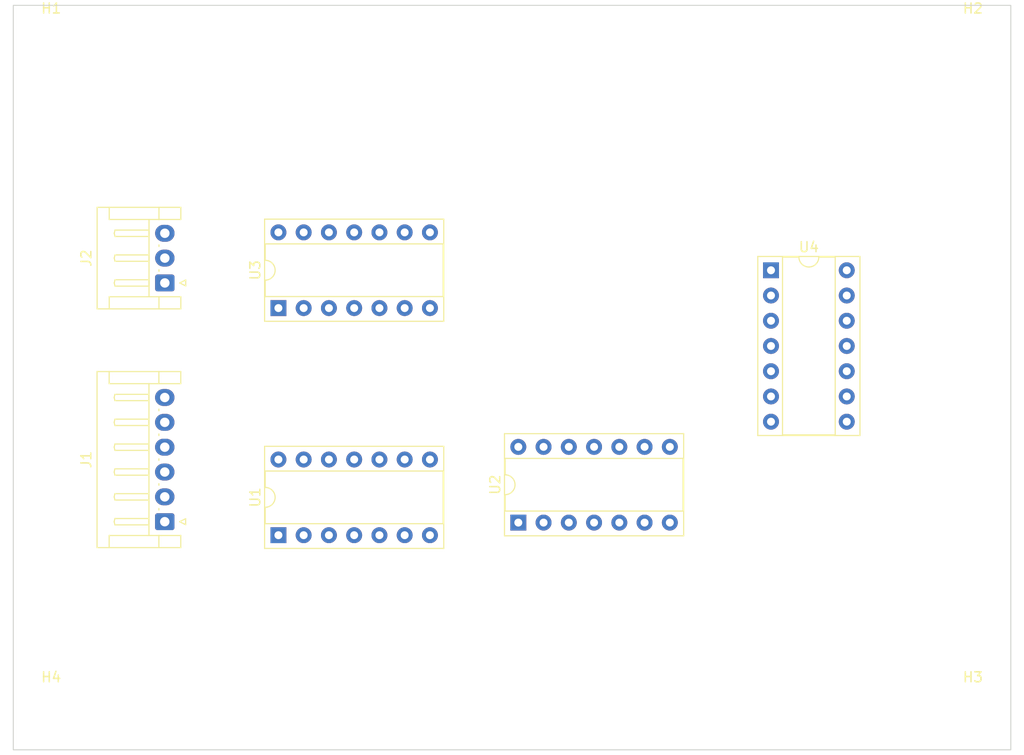
<source format=kicad_pcb>
(kicad_pcb (version 20211014) (generator pcbnew)
  (layers (0 "F.Cu" signal) (31 "B.Cu" signal) (34 "B.Paste" user) (35 "F.Paste" user) (36 "B.SilkS" user "B.Silkscreen") (37 "F.SilkS" user "F.Silkscreen") (38 "B.Mask" user) (39 "F.Mask" user) (44 "Edge.Cuts" user))
  (net 0 "")
  (net 1 "B0")
  (net 2 "B1")
  (net 3 "A1")
  (net 4 "A0")
  (net 5 "GND")
  (net 6 "VCC")
  (net 7 "Y1")
  (net 8 "Y2")
  (net 9 "Y3")
  (net 10 "Net-(U1-Pad2)")
  (net 11 "Net-(U1-Pad4)")
  (net 12 "Net-(U2-Pad3)")
  (net 13 "Net-(U1-Pad6)")
  (net 14 "Net-(U1-Pad8)")
  (net 15 "Net-(U2-Pad6)")
  (net 16 "Net-(U2-Pad11)")
  (net 17 "Net-(U2-Pad8)")
  (net 18 "Net-(U3-Pad3)")
  (net 19 "Net-(U3-Pad6)")
  (net 20 "Net-(U4-Pad1)")
  (footprint "Package_DIP:DIP-14_W7.62mm_Socket" (layer "F.Cu") (at 115.565 102.86 90)
    (fp_text reference "U3" (at 3.81 -2.33 90) (layer "F.SilkS"))
    (fp_text value "7408")
    (fp_line (start 1.16 16.57) (end 6.46 16.57) (layer "F.SilkS") (width 0.12))
    (fp_line (start 2.81 -1.33) (end 1.16 -1.33) (layer "F.SilkS") (width 0.12))
    (fp_line (start 1.16 -1.33) (end 1.16 16.57) (layer "F.SilkS") (width 0.12))
    (fp_line (start -1.33 16.63) (end 8.95 16.63) (layer "F.SilkS") (width 0.12))
    (fp_line (start -1.33 -1.39) (end -1.33 16.63) (layer "F.SilkS") (width 0.12))
    (fp_line (start 8.95 -1.39) (end -1.33 -1.39) (layer "F.SilkS") (width 0.12))
    (fp_line (start 8.95 16.63) (end 8.95 -1.39) (layer "F.SilkS") (width 0.12))
    (fp_line (start 6.46 -1.33) (end 4.81 -1.33) (layer "F.SilkS") (width 0.12))
    (fp_line (start 6.46 16.57) (end 6.46 -1.33) (layer "F.SilkS") (width 0.12))
    (fp_arc (start 4.81 -1.33) (mid 3.81 -0.33) (end 2.81 -1.33) (layer "F.SilkS") (width 0.12))
    (pad "1" thru_hole rect (at 0 0 90) (size 1.6 1.6) (drill 0.8) (layers *.Cu *.Mask) (net 4 "A0"))
    (pad "2" thru_hole oval (at 0 2.54 90) (size 1.6 1.6) (drill 0.8) (layers *.Cu *.Mask) (net 11 "Net-(U1-Pad4)"))
    (pad "3" thru_hole oval (at 0 5.08 90) (size 1.6 1.6) (drill 0.8) (layers *.Cu *.Mask) (net 18 "Net-(U3-Pad3)"))
    (pad "4" thru_hole oval (at 0 7.62 90) (size 1.6 1.6) (drill 0.8) (layers *.Cu *.Mask) (net 18 "Net-(U3-Pad3)"))
    (pad "5" thru_hole oval (at 0 10.16 90) (size 1.6 1.6) (drill 0.8) (layers *.Cu *.Mask) (net 17 "Net-(U2-Pad8)"))
    (pad "6" thru_hole oval (at 0 12.7 90) (size 1.6 1.6) (drill 0.8) (layers *.Cu *.Mask) (net 19 "Net-(U3-Pad6)"))
    (pad "7" thru_hole oval (at 0 15.24 90) (size 1.6 1.6) (drill 0.8) (layers *.Cu *.Mask) (net 5 "GND"))
    (pad "8" thru_hole oval (at 7.62 15.24 90) (size 1.6 1.6) (drill 0.8) (layers *.Cu *.Mask) (net 20 "Net-(U4-Pad1)"))
    (pad "9" thru_hole oval (at 7.62 12.7 90) (size 1.6 1.6) (drill 0.8) (layers *.Cu *.Mask) (net 3 "A1"))
    (pad "10" thru_hole oval (at 7.62 10.16 90) (size 1.6 1.6) (drill 0.8) (layers *.Cu *.Mask) (net 10 "Net-(U1-Pad2)"))
    (pad "11" thru_hole oval (at 7.62 7.62 90) (size 1.6 1.6) (drill 0.8) (layers *.Cu *.Mask) (net 8 "Y2"))
    (pad "12" thru_hole oval (at 7.62 5.08 90) (size 1.6 1.6) (drill 0.8) (layers *.Cu *.Mask) (net 13 "Net-(U1-Pad6)"))
    (pad "13" thru_hole oval (at 7.62 2.54 90) (size 1.6 1.6) (drill 0.8) (layers *.Cu *.Mask) (net 14 "Net-(U1-Pad8)"))
    (pad "14" thru_hole oval (at 7.62 0 90) (size 1.6 1.6) (drill 0.8) (layers *.Cu *.Mask) (net 6 "VCC"))
  )
  (footprint "MountingHole:MountingHole_2.5mm" (layer "F.Cu") (at 92.71 143.51)
    (fp_text reference "H4" (at 0 -3.5) (layer "F.SilkS"))
    (fp_text value "MountingHole")
    (pad "" np_thru_hole circle (at 0 0) (size 2.5 2.5) (drill 2.5) (layers *.Cu *.Mask))
  )
  (footprint "Package_DIP:DIP-14_W7.62mm_Socket" (layer "F.Cu") (at 115.565 125.72 90)
    (fp_text reference "U1" (at 3.81 -2.33 90) (layer "F.SilkS"))
    (fp_text value "7404")
    (fp_line (start 1.16 16.57) (end 6.46 16.57) (layer "F.SilkS") (width 0.12))
    (fp_line (start 1.16 -1.33) (end 1.16 16.57) (layer "F.SilkS") (width 0.12))
    (fp_line (start 6.46 16.57) (end 6.46 -1.33) (layer "F.SilkS") (width 0.12))
    (fp_line (start 2.81 -1.33) (end 1.16 -1.33) (layer "F.SilkS") (width 0.12))
    (fp_line (start -1.33 16.63) (end 8.95 16.63) (layer "F.SilkS") (width 0.12))
    (fp_line (start 6.46 -1.33) (end 4.81 -1.33) (layer "F.SilkS") (width 0.12))
    (fp_line (start 8.95 16.63) (end 8.95 -1.39) (layer "F.SilkS") (width 0.12))
    (fp_line (start 8.95 -1.39) (end -1.33 -1.39) (layer "F.SilkS") (width 0.12))
    (fp_line (start -1.33 -1.39) (end -1.33 16.63) (layer "F.SilkS") (width 0.12))
    (fp_arc (start 4.81 -1.33) (mid 3.81 -0.33) (end 2.81 -1.33) (layer "F.SilkS") (width 0.12))
    (pad "1" thru_hole rect (at 0 0 90) (size 1.6 1.6) (drill 0.8) (layers *.Cu *.Mask) (net 2 "B1"))
    (pad "2" thru_hole oval (at 0 2.54 90) (size 1.6 1.6) (drill 0.8) (layers *.Cu *.Mask) (net 10 "Net-(U1-Pad2)"))
    (pad "3" thru_hole oval (at 0 5.08 90) (size 1.6 1.6) (drill 0.8) (layers *.Cu *.Mask) (net 1 "B0"))
    (pad "4" thru_hole oval (at 0 7.62 90) (size 1.6 1.6) (drill 0.8) (layers *.Cu *.Mask) (net 11 "Net-(U1-Pad4)"))
    (pad "5" thru_hole oval (at 0 10.16 90) (size 1.6 1.6) (drill 0.8) (layers *.Cu *.Mask) (net 12 "Net-(U2-Pad3)"))
    (pad "6" thru_hole oval (at 0 12.7 90) (size 1.6 1.6) (drill 0.8) (layers *.Cu *.Mask) (net 13 "Net-(U1-Pad6)"))
    (pad "7" thru_hole oval (at 0 15.24 90) (size 1.6 1.6) (drill 0.8) (layers *.Cu *.Mask) (net 5 "GND"))
    (pad "8" thru_hole oval (at 7.62 15.24 90) (size 1.6 1.6) (drill 0.8) (layers *.Cu *.Mask) (net 14 "Net-(U1-Pad8)"))
    (pad "9" thru_hole oval (at 7.62 12.7 90) (size 1.6 1.6) (drill 0.8) (layers *.Cu *.Mask) (net 15 "Net-(U2-Pad6)"))
    (pad "10" thru_hole oval (at 7.62 10.16 90) (size 1.6 1.6) (drill 0.8) (layers *.Cu *.Mask) (net 9 "Y3"))
    (pad "11" thru_hole oval (at 7.62 7.62 90) (size 1.6 1.6) (drill 0.8) (layers *.Cu *.Mask) (net 16 "Net-(U2-Pad11)"))
    (pad "12" thru_hole oval (at 7.62 5.08 90) (size 1.6 1.6) (drill 0.8) (layers *.Cu *.Mask))
    (pad "13" thru_hole oval (at 7.62 2.54 90) (size 1.6 1.6) (drill 0.8) (layers *.Cu *.Mask))
    (pad "14" thru_hole oval (at 7.62 0 90) (size 1.6 1.6) (drill 0.8) (layers *.Cu *.Mask) (net 6 "VCC"))
  )
  (footprint "Package_DIP:DIP-14_W7.62mm_Socket" (layer "F.Cu") (at 165.11 99.055)
    (fp_text reference "U4" (at 3.81 -2.33) (layer "F.SilkS"))
    (fp_text value "7432")
    (fp_line (start -1.33 16.63) (end 8.95 16.63) (layer "F.SilkS") (width 0.12))
    (fp_line (start 1.16 16.57) (end 6.46 16.57) (layer "F.SilkS") (width 0.12))
    (fp_line (start 8.95 -1.39) (end -1.33 -1.39) (layer "F.SilkS") (width 0.12))
    (fp_line (start 2.81 -1.33) (end 1.16 -1.33) (layer "F.SilkS") (width 0.12))
    (fp_line (start 6.46 -1.33) (end 4.81 -1.33) (layer "F.SilkS") (width 0.12))
    (fp_line (start -1.33 -1.39) (end -1.33 16.63) (layer "F.SilkS") (width 0.12))
    (fp_line (start 8.95 16.63) (end 8.95 -1.39) (layer "F.SilkS") (width 0.12))
    (fp_line (start 1.16 -1.33) (end 1.16 16.57) (layer "F.SilkS") (width 0.12))
    (fp_line (start 6.46 16.57) (end 6.46 -1.33) (layer "F.SilkS") (width 0.12))
    (fp_arc (start 4.81 -1.33) (mid 3.81 -0.33) (end 2.81 -1.33) (layer "F.SilkS") (width 0.12))
    (pad "1" thru_hole rect (at 0 0) (size 1.6 1.6) (drill 0.8) (layers *.Cu *.Mask) (net 20 "Net-(U4-Pad1)"))
    (pad "2" thru_hole oval (at 0 2.54) (size 1.6 1.6) (drill 0.8) (layers *.Cu *.Mask) (net 19 "Net-(U3-Pad6)"))
    (pad "3" thru_hole oval (at 0 5.08) (size 1.6 1.6) (drill 0.8) (layers *.Cu *.Mask) (net 7 "Y1"))
    (pad "4" thru_hole oval (at 0 7.62) (size 1.6 1.6) (drill 0.8) (layers *.Cu *.Mask))
    (pad "5" thru_hole oval (at 0 10.16) (size 1.6 1.6) (drill 0.8) (layers *.Cu *.Mask))
    (pad "6" thru_hole oval (at 0 12.7) (size 1.6 1.6) (drill 0.8) (layers *.Cu *.Mask))
    (pad "7" thru_hole oval (at 0 15.24) (size 1.6 1.6) (drill 0.8) (layers *.Cu *.Mask) (net 5 "GND"))
    (pad "8" thru_hole oval (at 7.62 15.24) (size 1.6 1.6) (drill 0.8) (layers *.Cu *.Mask))
    (pad "9" thru_hole oval (at 7.62 12.7) (size 1.6 1.6) (drill 0.8) (layers *.Cu *.Mask))
    (pad "10" thru_hole oval (at 7.62 10.16) (size 1.6 1.6) (drill 0.8) (layers *.Cu *.Mask))
    (pad "11" thru_hole oval (at 7.62 7.62) (size 1.6 1.6) (drill 0.8) (layers *.Cu *.Mask))
    (pad "12" thru_hole oval (at 7.62 5.08) (size 1.6 1.6) (drill 0.8) (layers *.Cu *.Mask))
    (pad "13" thru_hole oval (at 7.62 2.54) (size 1.6 1.6) (drill 0.8) (layers *.Cu *.Mask))
    (pad "14" thru_hole oval (at 7.62 0) (size 1.6 1.6) (drill 0.8) (layers *.Cu *.Mask) (net 6 "VCC"))
  )
  (footprint "MountingHole:MountingHole_2.5mm" (layer "F.Cu") (at 185.42 76.2)
    (fp_text reference "H2" (at 0 -3.5) (layer "F.SilkS"))
    (fp_text value "MountingHole")
    (pad "" np_thru_hole circle (at 0 0) (size 2.5 2.5) (drill 2.5) (layers *.Cu *.Mask))
  )
  (footprint "MountingHole:MountingHole_2.5mm" (layer "F.Cu") (at 92.71 76.2)
    (fp_text reference "H1" (at 0 -3.5) (layer "F.SilkS"))
    (fp_text value "MountingHole")
    (pad "" np_thru_hole circle (at 0 0) (size 2.5 2.5) (drill 2.5) (layers *.Cu *.Mask))
  )
  (footprint "MountingHole:MountingHole_2.5mm" (layer "F.Cu") (at 185.42 143.51)
    (fp_text reference "H3" (at 0 -3.5) (layer "F.SilkS"))
    (fp_text value "MountingHole")
    (pad "" np_thru_hole circle (at 0 0) (size 2.5 2.5) (drill 2.5) (layers *.Cu *.Mask))
  )
  (footprint "Connector_JST:JST_EH_S3B-EH_1x03_P2.50mm_Horizontal" (layer "F.Cu") (at 104.14 100.33 90)
    (fp_text reference "J2" (at 2.5 -7.9 90) (layer "F.SilkS"))
    (fp_text value "Conn_01x03_Female")
    (fp_line (start -0.3 2.1) (end 0.3 2.1) (layer "F.SilkS") (width 0.12))
    (fp_line (start 5.32 -5.01) (end 5.32 -1.59) (layer "F.SilkS") (width 0.12))
    (fp_line (start 6.39 -5.59) (end 6.39 -0.59) (layer "F.SilkS") (width 0.12))
    (fp_line (start -1.39 -5.59) (end -1.39 -0.59) (layer "F.SilkS") (width 0.12))
    (fp_line (start -2.61 1.61) (end -2.61 -6.81) (layer "F.SilkS") (width 0.12))
    (fp_line (start -1.39 -1.59) (end 6.39 -1.59) (layer "F.SilkS") (width 0.12))
    (fp_line (start 0.3 2.1) (end 0 1.5) (layer "F.SilkS") (width 0.12))
    (fp_line (start 4.68 -1.59) (end 4.68 -5.01) (layer "F.SilkS") (width 0.12))
    (fp_line (start 0.32 -1.59) (end 0 -1.59) (layer "F.SilkS") (width 0.12))
    (fp_line (start -2.61 -6.81) (end 7.61 -6.81) (layer "F.SilkS") (width 0.12))
    (fp_line (start -1.39 1.61) (end -2.61 1.61) (layer "F.SilkS") (width 0.12))
    (fp_line (start 2.18 -1.59) (end 2.18 -5.01) (layer "F.SilkS") (width 0.12))
    (fp_line (start 4.68 -5.01) (end 5 -5.09) (layer "F.SilkS") (width 0.12))
    (fp_line (start 2.82 -1.59) (end 2.5 -1.59) (layer "F.SilkS") (width 0.12))
    (fp_line (start -1.39 -0.59) (end -1.39 1.61) (layer "F.SilkS") (width 0.12))
    (fp_line (start 0 -5.09) (end 0.32 -5.01) (layer "F.SilkS") (width 0.12))
    (fp_line (start 0 -1.59) (end -0.32 -1.59) (layer "F.SilkS") (width 0.12))
    (fp_line (start -1.39 -0.59) (end -2.61 -0.59) (layer "F.SilkS") (width 0.12))
    (fp_line (start 2.82 -5.01) (end 2.82 -1.59) (layer "F.SilkS") (width 0.12))
    (fp_line (start 6.39 1.61) (end 6.39 -0.59) (layer "F.SilkS") (width 0.12))
    (fp_line (start 7.61 -6.81) (end 7.61 1.61) (layer "F.SilkS") (width 0.12))
    (fp_line (start 7.61 -5.59) (end 6.39 -5.59) (layer "F.SilkS") (width 0.12))
    (fp_line (start 5 -5.09) (end 5.32 -5.01) (layer "F.SilkS") (width 0.12))
    (fp_line (start 0.32 -5.01) (end 0.32 -1.59) (layer "F.SilkS") (width 0.12))
    (fp_line (start 3.67 -0.59) (end 3.83 -0.59) (layer "F.SilkS") (width 0.12))
    (fp_line (start 5 -1.59) (end 4.68 -1.59) (layer "F.SilkS") (width 0.12))
    (fp_line (start -0.32 -1.59) (end -0.32 -5.01) (layer "F.SilkS") (width 0.12))
    (fp_line (start 0 1.5) (end -0.3 2.1) (layer "F.SilkS") (width 0.12))
    (fp_line (start 6.39 -0.59) (end 7.61 -0.59) (layer "F.SilkS") (width 0.12))
    (fp_line (start 2.5 -5.09) (end 2.82 -5.01) (layer "F.SilkS") (width 0.12))
    (fp_line (start 5.32 -1.59) (end 5 -1.59) (layer "F.SilkS") (width 0.12))
    (fp_line (start 2.18 -5.01) (end 2.5 -5.09) (layer "F.SilkS") (width 0.12))
    (fp_line (start 1.17 -0.59) (end 1.33 -0.59) (layer "F.SilkS") (width 0.12))
    (fp_line (start 2.5 -1.59) (end 2.18 -1.59) (layer "F.SilkS") (width 0.12))
    (fp_line (start -2.61 -5.59) (end -1.39 -5.59) (layer "F.SilkS") (width 0.12))
    (fp_line (start -0.32 -5.01) (end 0 -5.09) (layer "F.SilkS") (width 0.12))
    (fp_line (start 7.61 1.61) (end 6.39 1.61) (layer "F.SilkS") (width 0.12))
    (pad "1" thru_hole roundrect (at 0 0 90) (size 1.7 1.95) (drill 0.95) (layers *.Cu *.Mask) (roundrect_rratio 0.147059) (net 9 "Y3"))
    (pad "2" thru_hole oval (at 2.5 0 90) (size 1.7 1.95) (drill 0.95) (layers *.Cu *.Mask) (net 7 "Y1"))
    (pad "3" thru_hole oval (at 5 0 90) (size 1.7 1.95) (drill 0.95) (layers *.Cu *.Mask) (net 8 "Y2"))
  )
  (footprint "Package_DIP:DIP-14_W7.62mm_Socket" (layer "F.Cu") (at 139.695 124.45 90)
    (fp_text reference "U2" (at 3.81 -2.33 90) (layer "F.SilkS"))
    (fp_text value "7486")
    (fp_line (start -1.33 16.63) (end 8.95 16.63) (layer "F.SilkS") (width 0.12))
    (fp_line (start 1.16 16.57) (end 6.46 16.57) (layer "F.SilkS") (width 0.12))
    (fp_line (start 1.16 -1.33) (end 1.16 16.57) (layer "F.SilkS") (width 0.12))
    (fp_line (start 8.95 16.63) (end 8.95 -1.39) (layer "F.SilkS") (width 0.12))
    (fp_line (start 2.81 -1.33) (end 1.16 -1.33) (layer "F.SilkS") (width 0.12))
    (fp_line (start -1.33 -1.39) (end -1.33 16.63) (layer "F.SilkS") (width 0.12))
    (fp_line (start 6.46 16.57) (end 6.46 -1.33) (layer "F.SilkS") (width 0.12))
    (fp_line (start 6.46 -1.33) (end 4.81 -1.33) (layer "F.SilkS") (width 0.12))
    (fp_line (start 8.95 -1.39) (end -1.33 -1.39) (layer "F.SilkS") (width 0.12))
    (fp_arc (start 4.81 -1.33) (mid 3.81 -0.33) (end 2.81 -1.33) (layer "F.SilkS") (width 0.12))
    (pad "1" thru_hole rect (at 0 0 90) (size 1.6 1.6) (drill 0.8) (layers *.Cu *.Mask) (net 3 "A1"))
    (pad "2" thru_hole oval (at 0 2.54 90) (size 1.6 1.6) (drill 0.8) (layers *.Cu *.Mask) (net 2 "B1"))
    (pad "3" thru_hole oval (at 0 5.08 90) (size 1.6 1.6) (drill 0.8) (layers *.Cu *.Mask) (net 12 "Net-(U2-Pad3)"))
    (pad "4" thru_hole oval (at 0 7.62 90) (size 1.6 1.6) (drill 0.8) (layers *.Cu *.Mask) (net 4 "A0"))
    (pad "5" thru_hole oval (at 0 10.16 90) (size 1.6 1.6) (drill 0.8) (layers *.Cu *.Mask) (net 1 "B0"))
    (pad "6" thru_hole oval (at 0 12.7 90) (size 1.6 1.6) (drill 0.8) (layers *.Cu *.Mask) (net 15 "Net-(U2-Pad6)"))
    (pad "7" thru_hole oval (at 0 15.24 90) (size 1.6 1.6) (drill 0.8) (layers *.Cu *.Mask) (net 5 "GND"))
    (pad "8" thru_hole oval (at 7.62 15.24 90) (size 1.6 1.6) (drill 0.8) (layers *.Cu *.Mask) (net 17 "Net-(U2-Pad8)"))
    (pad "9" thru_hole oval (at 7.62 12.7 90) (size 1.6 1.6) (drill 0.8) (layers *.Cu *.Mask) (net 10 "Net-(U1-Pad2)"))
    (pad "10" thru_hole oval (at 7.62 10.16 90) (size 1.6 1.6) (drill 0.8) (layers *.Cu *.Mask) (net 3 "A1"))
    (pad "11" thru_hole oval (at 7.62 7.62 90) (size 1.6 1.6) (drill 0.8) (layers *.Cu *.Mask) (net 16 "Net-(U2-Pad11)"))
    (pad "12" thru_hole oval (at 7.62 5.08 90) (size 1.6 1.6) (drill 0.8) (layers *.Cu *.Mask) (net 8 "Y2"))
    (pad "13" thru_hole oval (at 7.62 2.54 90) (size 1.6 1.6) (drill 0.8) (layers *.Cu *.Mask) (net 7 "Y1"))
    (pad "14" thru_hole oval (at 7.62 0 90) (size 1.6 1.6) (drill 0.8) (layers *.Cu *.Mask) (net 6 "VCC"))
  )
  (footprint "Connector_JST:JST_EH_S6B-EH_1x06_P2.50mm_Horizontal" (layer "F.Cu") (at 104.1325 124.36 90)
    (fp_text reference "J1" (at 6.25 -7.9 90) (layer "F.SilkS"))
    (fp_text value "Conn_01x06_Female")
    (fp_line (start 0.32 -1.59) (end 0 -1.59) (layer "F.SilkS") (width 0.12))
    (fp_line (start 2.5 -1.59) (end 2.18 -1.59) (layer "F.SilkS") (width 0.12))
    (fp_line (start 12.5 -1.59) (end 12.18 -1.59) (layer "F.SilkS") (width 0.12))
    (fp_line (start 10.32 -5.01) (end 10.32 -1.59) (layer "F.SilkS") (width 0.12))
    (fp_line (start 12.82 -1.59) (end 12.5 -1.59) (layer "F.SilkS") (width 0.12))
    (fp_line (start 6.17 -0.59) (end 6.33 -0.59) (layer "F.SilkS") (width 0.12))
    (fp_line (start -1.39 -1.59) (end 13.89 -1.59) (layer "F.SilkS") (width 0.12))
    (fp_line (start 5.32 -5.01) (end 5.32 -1.59) (layer "F.SilkS") (width 0.12))
    (fp_line (start 11.17 -0.59) (end 11.33 -0.59) (layer "F.SilkS") (width 0.12))
    (fp_line (start -2.61 -5.59) (end -1.39 -5.59) (layer "F.SilkS") (width 0.12))
    (fp_line (start -0.3 2.1) (end 0.3 2.1) (layer "F.SilkS") (width 0.12))
    (fp_line (start 2.5 -5.09) (end 2.82 -5.01) (layer "F.SilkS") (width 0.12))
    (fp_line (start 15.11 -5.59) (end 13.89 -5.59) (layer "F.SilkS") (width 0.12))
    (fp_line (start -1.39 -0.59) (end -2.61 -0.59) (layer "F.SilkS") (width 0.12))
    (fp_line (start 5.32 -1.59) (end 5 -1.59) (layer "F.SilkS") (width 0.12))
    (fp_line (start 0 1.5) (end -0.3 2.1) (layer "F.SilkS") (width 0.12))
    (fp_line (start 7.18 -5.01) (end 7.5 -5.09) (layer "F.SilkS") (width 0.12))
    (fp_line (start -2.61 -6.81) (end 15.11 -6.81) (layer "F.SilkS") (width 0.12))
    (fp_line (start 2.18 -5.01) (end 2.5 -5.09) (layer "F.SilkS") (width 0.12))
    (fp_line (start -1.39 1.61) (end -2.61 1.61) (layer "F.SilkS") (width 0.12))
    (fp_line (start 0.32 -5.01) (end 0.32 -1.59) (layer "F.SilkS") (width 0.12))
    (fp_line (start 10.32 -1.59) (end 10 -1.59) (layer "F.SilkS") (width 0.12))
    (fp_line (start 7.82 -5.01) (end 7.82 -1.59) (layer "F.SilkS") (width 0.12))
    (fp_line (start 10 -1.59) (end 9.68 -1.59) (layer "F.SilkS") (width 0.12))
    (fp_line (start 15.11 -6.81) (end 15.11 1.61) (layer "F.SilkS") (width 0.12))
    (fp_line (start 3.67 -0.59) (end 3.83 -0.59) (layer "F.SilkS") (width 0.12))
    (fp_line (start 2.82 -5.01) (end 2.82 -1.59) (layer "F.SilkS") (width 0.12))
    (fp_line (start 4.68 -5.01) (end 5 -5.09) (layer "F.SilkS") (width 0.12))
    (fp_line (start -1.39 -5.59) (end -1.39 -0.59) (layer "F.SilkS") (width 0.12))
    (fp_line (start 15.11 1.61) (end 13.89 1.61) (layer "F.SilkS") (width 0.12))
    (fp_line (start 5 -5.09) (end 5.32 -5.01) (layer "F.SilkS") (width 0.12))
    (fp_line (start -0.32 -5.01) (end 0 -5.09) (layer "F.SilkS") (width 0.12))
    (fp_line (start -0.32 -1.59) (end -0.32 -5.01) (layer "F.SilkS") (width 0.12))
    (fp_line (start 12.18 -5.01) (end 12.5 -5.09) (layer "F.SilkS") (width 0.12))
    (fp_line (start 9.68 -1.59) (end 9.68 -5.01) (layer "F.SilkS") (width 0.12))
    (fp_line (start 7.18 -1.59) (end 7.18 -5.01) (layer "F.SilkS") (width 0.12))
    (fp_line (start 5 -1.59) (end 4.68 -1.59) (layer "F.SilkS") (width 0.12))
    (fp_line (start -1.39 -0.59) (end -1.39 1.61) (layer "F.SilkS") (width 0.12))
    (fp_line (start 13.89 -5.59) (end 13.89 -0.59) (layer "F.SilkS") (width 0.12))
    (fp_line (start 13.89 -0.59) (end 15.11 -0.59) (layer "F.SilkS") (width 0.12))
    (fp_line (start 8.67 -0.59) (end 8.83 -0.59) (layer "F.SilkS") (width 0.12))
    (fp_line (start 10 -5.09) (end 10.32 -5.01) (layer "F.SilkS") (width 0.12))
    (fp_line (start 7.82 -1.59) (end 7.5 -1.59) (layer "F.SilkS") (width 0.12))
    (fp_line (start 0.3 2.1) (end 0 1.5) (layer "F.SilkS") (width 0.12))
    (fp_line (start 12.5 -5.09) (end 12.82 -5.01) (layer "F.SilkS") (width 0.12))
    (fp_line (start 7.5 -5.09) (end 7.82 -5.01) (layer "F.SilkS") (width 0.12))
    (fp_line (start 12.18 -1.59) (end 12.18 -5.01) (layer "F.SilkS") (width 0.12))
    (fp_line (start 9.68 -5.01) (end 10 -5.09) (layer "F.SilkS") (width 0.12))
    (fp_line (start 4.68 -1.59) (end 4.68 -5.01) (layer "F.SilkS") (width 0.12))
    (fp_line (start 0 -1.59) (end -0.32 -1.59) (layer "F.SilkS") (width 0.12))
    (fp_line (start 12.82 -5.01) (end 12.82 -1.59) (layer "F.SilkS") (width 0.12))
    (fp_line (start 13.89 1.61) (end 13.89 -0.59) (layer "F.SilkS") (width 0.12))
    (fp_line (start -2.61 1.61) (end -2.61 -6.81) (layer "F.SilkS") (width 0.12))
    (fp_line (start 7.5 -1.59) (end 7.18 -1.59) (layer "F.SilkS") (width 0.12))
    (fp_line (start 1.17 -0.59) (end 1.33 -0.59) (layer "F.SilkS") (width 0.12))
    (fp_line (start 0 -5.09) (end 0.32 -5.01) (layer "F.SilkS") (width 0.12))
    (fp_line (start 2.82 -1.59) (end 2.5 -1.59) (layer "F.SilkS") (width 0.12))
    (fp_line (start 2.18 -1.59) (end 2.18 -5.01) (layer "F.SilkS") (width 0.12))
    (pad "1" thru_hole roundrect (at 0 0 90) (size 1.7 1.95) (drill 0.95) (layers *.Cu *.Mask) (roundrect_rratio 0.147059) (net 5 "GND"))
    (pad "2" thru_hole oval (at 2.5 0 90) (size 1.7 1.95) (drill 0.95) (layers *.Cu *.Mask) (net 1 "B0"))
    (pad "3" thru_hole oval (at 5 0 90) (size 1.7 1.95) (drill 0.95) (layers *.Cu *.Mask) (net 2 "B1"))
    (pad "4" thru_hole oval (at 7.5 0 90) (size 1.7 1.95) (drill 0.95) (layers *.Cu *.Mask) (net 3 "A1"))
    (pad "5" thru_hole oval (at 10 0 90) (size 1.7 1.95) (drill 0.95) (layers *.Cu *.Mask) (net 4 "A0"))
    (pad "6" thru_hole oval (at 12.5 0 90) (size 1.7 1.95) (drill 0.95) (layers *.Cu *.Mask) (net 6 "VCC"))
  )
  (gr_rect (start 88.9 147.32) (end 189.23 72.39) (layer "Edge.Cuts") (width 0.1) (fill none))
)
</source>
